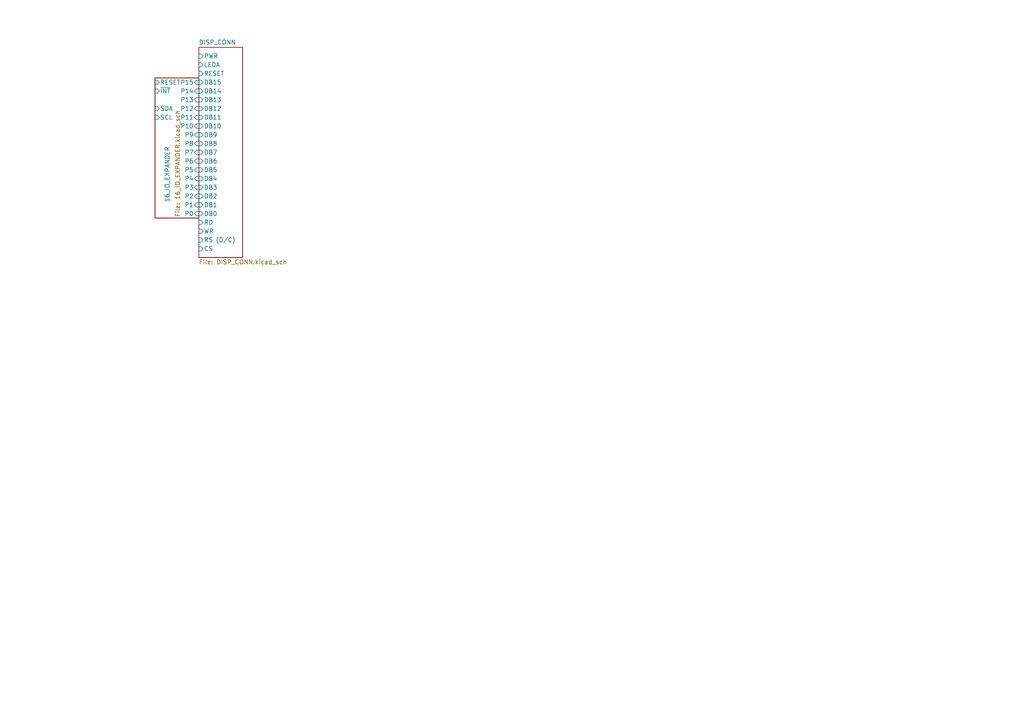
<source format=kicad_sch>
(kicad_sch (version 20230121) (generator eeschema)
  (paper "A4")
  (lib_symbols)
  (sheet (at 44.958 22.606) (size 12.7 40.64) (stroke (width 0.1524))
    (property "Sheetname" "16_IO_EXPANDER" (at 49.276 58.674 90) (effects (justify left bottom)))
    (property "Sheetfile" "16_IO_EXPANDER.kicad_sch" (at 50.8 62.992 90) (effects (justify left top)))
    (pin "~{INT}" input (at 44.958 26.416 180))
    (pin "P7" input (at 57.658 44.196 0))
    (pin "SCL" input (at 44.958 34.036 180))
    (pin "SDA" input (at 44.958 31.496 180))
    (pin "P8" input (at 57.658 41.656 0))
    (pin "P12" input (at 57.658 31.496 0))
    (pin "P13" input (at 57.658 28.956 0))
    (pin "P11" input (at 57.658 34.036 0))
    (pin "P5" input (at 57.658 49.276 0))
    (pin "RESET" input (at 44.958 23.876 180))
    (pin "P10" input (at 57.658 36.576 0))
    (pin "P9" input (at 57.658 39.116 0))
    (pin "P6" input (at 57.658 46.736 0))
    (pin "P15" input (at 57.658 23.876 0))
    (pin "P14" input (at 57.658 26.416 0))
    (pin "P1" input (at 57.658 59.436 0))
    (pin "P2" input (at 57.658 56.896 0))
    (pin "P0" input (at 57.658 61.976 0))
    (pin "P3" input (at 57.658 54.356 0))
    (pin "P4" input (at 57.658 51.816 0))
  )
  (sheet (at 57.658 13.716) (size 12.7 60.96) (stroke (width 0.1524))
    (property "Sheetname" "DISP_CONN" (at 57.658 13.0044 0) (effects (justify left bottom)))
    (property "Sheetfile" "DISP_CONN.kicad_sch" (at 57.658 75.2606 0) (effects (justify left top)))
    (pin "LEDA" input (at 57.658 18.796 180))
    (pin "DB9" input (at 57.658 39.116 180))
    (pin "DB10" input (at 57.658 36.576 180))
    (pin "DB12" input (at 57.658 31.496 180))
    (pin "DB11" input (at 57.658 34.036 180))
    (pin "DB14" input (at 57.658 26.416 180))
    (pin "DB13" input (at 57.658 28.956 180))
    (pin "DB15" input (at 57.658 23.876 180))
    (pin "RESET" input (at 57.658 21.336 180))
    (pin "DB0" input (at 57.658 61.976 180))
    (pin "DB3" input (at 57.658 54.356 180))
    (pin "DB2" input (at 57.658 56.896 180))
    (pin "DB1" input (at 57.658 59.436 180))
    (pin "RS (D{slash}C)" input (at 57.658 69.596 180))
    (pin "WR" input (at 57.658 67.056 180))
    (pin "DB6" input (at 57.658 46.736 180))
    (pin "DB7" input (at 57.658 44.196 180))
    (pin "DB4" input (at 57.658 51.816 180))
    (pin "DB5" input (at 57.658 49.276 180))
    (pin "CS" input (at 57.658 72.136 180))
    (pin "DB8" input (at 57.658 41.656 180))
    (pin "RD" input (at 57.658 64.516 180))
    (pin "PWR" input (at 57.658 16.256 180))
  )
)
</source>
